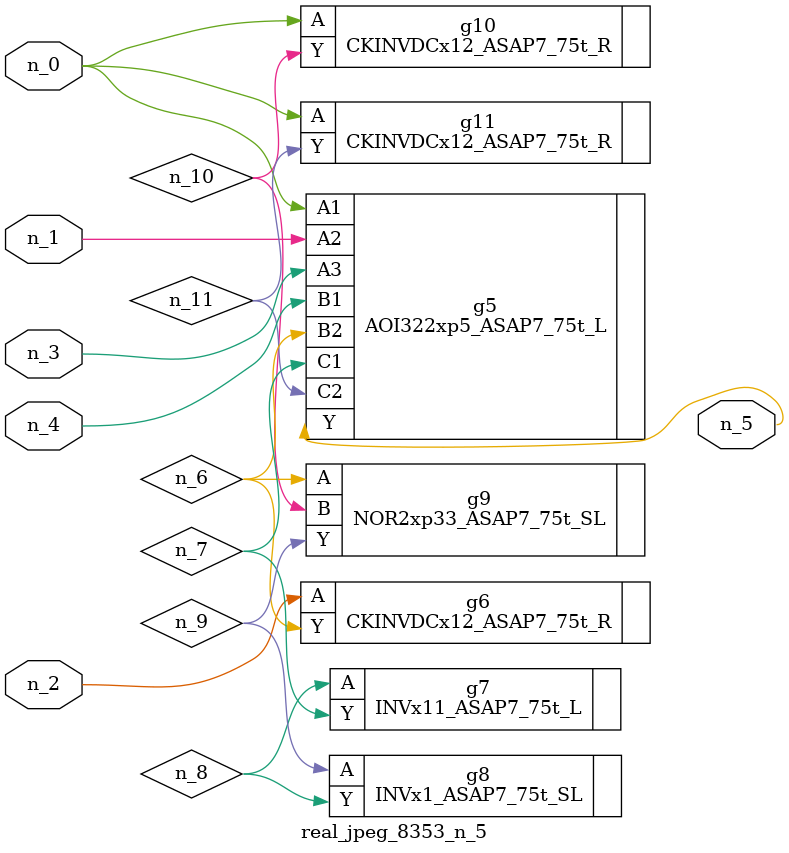
<source format=v>
module real_jpeg_8353_n_5 (n_4, n_0, n_1, n_2, n_3, n_5);

input n_4;
input n_0;
input n_1;
input n_2;
input n_3;

output n_5;

wire n_8;
wire n_11;
wire n_6;
wire n_7;
wire n_10;
wire n_9;

AOI322xp5_ASAP7_75t_L g5 ( 
.A1(n_0),
.A2(n_1),
.A3(n_3),
.B1(n_4),
.B2(n_6),
.C1(n_7),
.C2(n_11),
.Y(n_5)
);

CKINVDCx12_ASAP7_75t_R g10 ( 
.A(n_0),
.Y(n_10)
);

CKINVDCx12_ASAP7_75t_R g11 ( 
.A(n_0),
.Y(n_11)
);

CKINVDCx12_ASAP7_75t_R g6 ( 
.A(n_2),
.Y(n_6)
);

NOR2xp33_ASAP7_75t_SL g9 ( 
.A(n_6),
.B(n_10),
.Y(n_9)
);

INVx11_ASAP7_75t_L g7 ( 
.A(n_8),
.Y(n_7)
);

INVx1_ASAP7_75t_SL g8 ( 
.A(n_9),
.Y(n_8)
);


endmodule
</source>
